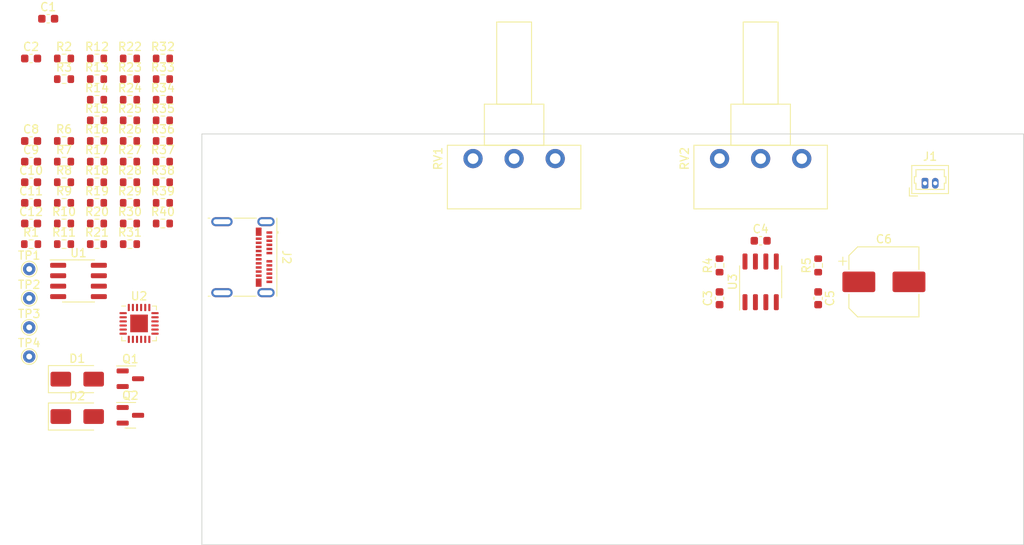
<source format=kicad_pcb>
(kicad_pcb (version 20221018) (generator pcbnew)
  (layers (0 "F.Cu" signal) (31 "B.Cu" signal) (34 "B.Paste" user) (35 "F.Paste" user) (36 "B.SilkS" user "B.Silkscreen") (37 "F.SilkS" user "F.Silkscreen") (38 "B.Mask" user) (39 "F.Mask" user) (44 "Edge.Cuts" user))
  (net 0 "")
  (net 1 "VCC")
  (net 2 "GND")
  (net 3 "Net-(C3-Pad1)")
  (net 4 "Net-(C3-Pad2)")
  (net 5 "Net-(U3-BYPASS)")
  (net 6 "Net-(C5-Pad1)")
  (net 7 "Net-(C6-Pad1)")
  (net 8 "Net-(J1-Pin_1)")
  (net 9 "Net-(U2-VCCD)")
  (net 10 "/+3v3_BCR")
  (net 11 "/+VUSB_IN")
  (net 12 "Net-(Q1-G)")
  (net 13 "Net-(D2-A)")
  (net 14 "Net-(C12-Pad1)")
  (net 15 "/Stylus")
  (net 16 "Net-(D1-A)")
  (net 19 "Net-(J2-CC1)")
  (net 27 "Net-(J2-CC2)")
  (net 34 "Net-(Q1-S)")
  (net 35 "Net-(U1-CV)")
  (net 36 "Net-(R1-Pad2)")
  (net 37 "Net-(R2-Pad2)")
  (net 38 "Net-(R3-Pad1)")
  (net 39 "Net-(R4-Pad2)")
  (net 40 "Net-(U2-VBUS_MAX)")
  (net 41 "Net-(U2-VBUS_MIN)")
  (net 42 "Net-(U2-ISNK_FINE)")
  (net 43 "Net-(U2-ISNK_COARSE)")
  (net 44 "Net-(U2-FLIP)")
  (net 45 "Net-(U2-VBUS_FET_IN)")
  (net 46 "Net-(U1-THR)")
  (net 47 "Net-(R18-Pad2)")
  (net 48 "/A2")
  (net 49 "/G#2")
  (net 50 "/G2")
  (net 51 "/F#2")
  (net 52 "/F2")
  (net 53 "/E2")
  (net 54 "/D#2")
  (net 55 "/D2")
  (net 56 "/C#2")
  (net 57 "/C2")
  (net 58 "/B1")
  (net 59 "/A#1")
  (net 60 "/A1")
  (net 61 "/G#1")
  (net 62 "/G1")
  (net 63 "/F#1")
  (net 64 "/F1")
  (net 65 "/E1")
  (net 66 "/D#1")
  (net 67 "/D1")
  (net 68 "/C#1")
  (net 69 "/C1")
  (net 70 "Net-(U3-+)")
  (footprint "Resistor_SMD:R_0603_1608Metric" (layer "F.Cu") (at 83.25 81.37)
    (fp_text reference "R27" (at 0 -1.43) (layer "F.SilkS"))
    (fp_text value "2.2k")
    (pad "1" smd roundrect (at -0.825 0) (size 0.8 0.95) (layers "F.Cu" "F.Paste" "F.Mask") (net 56 "/C#2"))
    (pad "2" smd roundrect (at 0.825 0) (size 0.8 0.95) (layers "F.Cu" "F.Paste" "F.Mask") (net 55 "/D2"))
  )
  (footprint "Capacitor_SMD:C_0603_1608Metric" (layer "F.Cu") (at 71.22 81.37)
    (fp_text reference "C9" (at 0 -1.43) (layer "F.SilkS"))
    (fp_text value "1u")
    (pad "1" smd roundrect (at -0.775 0) (size 0.9 0.95) (layers "F.Cu" "F.Paste" "F.Mask") (net 10 "/+3v3_BCR"))
    (pad "2" smd roundrect (at 0.775 0) (size 0.9 0.95) (layers "F.Cu" "F.Paste" "F.Mask") (net 2 "GND"))
  )
  (footprint "Resistor_SMD:R_0603_1608Metric" (layer "F.Cu") (at 79.24 76.35)
    (fp_text reference "R15" (at 0 -1.43) (layer "F.SilkS"))
    (fp_text value "1.2k")
    (pad "1" smd roundrect (at -0.825 0) (size 0.8 0.95) (layers "F.Cu" "F.Paste" "F.Mask") (net 45 "Net-(U2-VBUS_FET_IN)"))
    (pad "2" smd roundrect (at 0.825 0) (size 0.8 0.95) (layers "F.Cu" "F.Paste" "F.Mask") (net 12 "Net-(Q1-G)"))
  )
  (footprint "Resistor_SMD:R_0603_1608Metric" (layer "F.Cu") (at 79.24 88.9)
    (fp_text reference "R20" (at 0 -1.43) (layer "F.SilkS"))
    (fp_text value "1.5k")
    (pad "1" smd roundrect (at -0.825 0) (size 0.8 0.95) (layers "F.Cu" "F.Paste" "F.Mask") (net 49 "/G#2"))
    (pad "2" smd roundrect (at 0.825 0) (size 0.8 0.95) (layers "F.Cu" "F.Paste" "F.Mask") (net 48 "/A2"))
  )
  (footprint "Resistor_SMD:R_0603_1608Metric" (layer "F.Cu") (at 83.25 86.39)
    (fp_text reference "R29" (at 0 -1.43) (layer "F.SilkS"))
    (fp_text value "2.4k")
    (pad "1" smd roundrect (at -0.825 0) (size 0.8 0.95) (layers "F.Cu" "F.Paste" "F.Mask") (net 58 "/B1"))
    (pad "2" smd roundrect (at 0.825 0) (size 0.8 0.95) (layers "F.Cu" "F.Paste" "F.Mask") (net 57 "/C2"))
  )
  (footprint "TestPoint:TestPoint_THTPad_D1.5mm_Drill0.7mm" (layer "F.Cu") (at 70.99 94.44)
    (fp_text reference "TP1" (at 0 -1.648) (layer "F.SilkS"))
    (fp_text value "TestPoint")
    (pad "1" thru_hole circle (at 0 0) (size 1.5 1.5) (drill 0.7) (layers "*.Cu" "*.Mask") (net 15 "/Stylus"))
  )
  (footprint "Capacitor_SMD:C_0603_1608Metric" (layer "F.Cu") (at 73.3025 63.98)
    (fp_text reference "C1" (at 0 -1.43) (layer "F.SilkS"))
    (fp_text value ".033u")
    (pad "1" smd roundrect (at -0.775 0) (size 0.9 0.95) (layers "F.Cu" "F.Paste" "F.Mask") (net 46 "Net-(U1-THR)"))
    (pad "2" smd roundrect (at 0.775 0) (size 0.9 0.95) (layers "F.Cu" "F.Paste" "F.Mask") (net 2 "GND"))
  )
  (footprint "Capacitor_SMD:C_0603_1608Metric" (layer "F.Cu") (at 71.22 88.9)
    (fp_text reference "C12" (at 0 -1.43) (layer "F.SilkS"))
    (fp_text value "0.1u")
    (pad "1" smd roundrect (at -0.775 0) (size 0.9 0.95) (layers "F.Cu" "F.Paste" "F.Mask") (net 14 "Net-(C12-Pad1)"))
    (pad "2" smd roundrect (at 0.775 0) (size 0.9 0.95) (layers "F.Cu" "F.Paste" "F.Mask") (net 15 "/Stylus"))
  )
  (footprint "Capacitor_SMD:C_0603_1608Metric" (layer "F.Cu") (at 71.22 68.82)
    (fp_text reference "C2" (at 0 -1.43) (layer "F.SilkS"))
    (fp_text value "0.1u")
    (pad "1" smd roundrect (at -0.775 0) (size 0.9 0.95) (layers "F.Cu" "F.Paste" "F.Mask") (net 1 "VCC"))
    (pad "2" smd roundrect (at 0.775 0) (size 0.9 0.95) (layers "F.Cu" "F.Paste" "F.Mask") (net 2 "GND"))
  )
  (footprint "Resistor_SMD:R_0603_1608Metric" (layer "F.Cu") (at 79.24 73.84)
    (fp_text reference "R14" (at 0 -1.43) (layer "F.SilkS"))
    (fp_text value "1.2k")
    (pad "1" smd roundrect (at -0.825 0) (size 0.8 0.95) (layers "F.Cu" "F.Paste" "F.Mask") (net 44 "Net-(U2-FLIP)"))
    (pad "2" smd roundrect (at 0.825 0) (size 0.8 0.95) (layers "F.Cu" "F.Paste" "F.Mask") (net 10 "/+3v3_BCR"))
  )
  (footprint "Resistor_SMD:R_0603_1608Metric" (layer "F.Cu") (at 71.22 91.41)
    (fp_text reference "R1" (at 0 -1.43) (layer "F.SilkS"))
    (fp_text value "2.4k")
    (pad "1" smd roundrect (at -0.825 0) (size 0.8 0.95) (layers "F.Cu" "F.Paste" "F.Mask") (net 35 "Net-(U1-CV)"))
    (pad "2" smd roundrect (at 0.825 0) (size 0.8 0.95) (layers "F.Cu" "F.Paste" "F.Mask") (net 36 "Net-(R1-Pad2)"))
  )
  (footprint "Resistor_SMD:R_0603_1608Metric" (layer "F.Cu") (at 87.26 86.39)
    (fp_text reference "R39" (at 0 -1.43) (layer "F.SilkS"))
    (fp_text value "4.3k")
    (pad "1" smd roundrect (at -0.825 0) (size 0.8 0.95) (layers "F.Cu" "F.Paste" "F.Mask") (net 68 "/C#1"))
    (pad "2" smd roundrect (at 0.825 0) (size 0.8 0.95) (layers "F.Cu" "F.Paste" "F.Mask") (net 67 "/D1"))
  )
  (footprint "Capacitor_SMD:C_0603_1608Metric" (layer "F.Cu") (at 71.22 83.88)
    (fp_text reference "C10" (at 0 -1.43) (layer "F.SilkS"))
    (fp_text value "1u")
    (pad "1" smd roundrect (at -0.775 0) (size 0.9 0.95) (layers "F.Cu" "F.Paste" "F.Mask") (net 11 "/+VUSB_IN"))
    (pad "2" smd roundrect (at 0.775 0) (size 0.9 0.95) (layers "F.Cu" "F.Paste" "F.Mask") (net 12 "Net-(Q1-G)"))
  )
  (footprint "Resistor_SMD:R_0603_1608Metric" (layer "F.Cu") (at 79.24 71.33)
    (fp_text reference "R13" (at 0 -1.43) (layer "F.SilkS"))
    (fp_text value "5.1k")
    (pad "1" smd roundrect (at -0.825 0) (size 0.8 0.95) (layers "F.Cu" "F.Paste" "F.Mask") (net 43 "Net-(U2-ISNK_COARSE)"))
    (pad "2" smd roundrect (at 0.825 0) (size 0.8 0.95) (layers "F.Cu" "F.Paste" "F.Mask") (net 1 "VCC"))
  )
  (footprint "Resistor_SMD:R_0603_1608Metric" (layer "F.Cu") (at 87.26 83.88)
    (fp_text reference "R38" (at 0 -1.43) (layer "F.SilkS"))
    (fp_text value "4.3k")
    (pad "1" smd roundrect (at -0.825 0) (size 0.8 0.95) (layers "F.Cu" "F.Paste" "F.Mask") (net 67 "/D1"))
    (pad "2" smd roundrect (at 0.825 0) (size 0.8 0.95) (layers "F.Cu" "F.Paste" "F.Mask") (net 66 "/D#1"))
  )
  (footprint "Capacitor_SMD:C_0603_1608Metric" (layer "F.Cu") (at 71.22 78.86)
    (fp_text reference "C8" (at 0 -1.43) (layer "F.SilkS"))
    (fp_text value "1u")
    (pad "1" smd roundrect (at -0.775 0) (size 0.9 0.95) (layers "F.Cu" "F.Paste" "F.Mask") (net 9 "Net-(U2-VCCD)"))
    (pad "2" smd roundrect (at 0.775 0) (size 0.9 0.95) (layers "F.Cu" "F.Paste" "F.Mask") (net 2 "GND"))
  )
  (footprint "Resistor_SMD:R_0603_1608Metric" (layer "F.Cu") (at 79.24 83.88)
    (fp_text reference "R18" (at 0 -1.43) (layer "F.SilkS"))
    (fp_text value "24k")
    (pad "1" smd roundrect (at -0.825 0) (size 0.8 0.95) (layers "F.Cu" "F.Paste" "F.Mask") (net 46 "Net-(U1-THR)"))
    (pad "2" smd roundrect (at 0.825 0) (size 0.8 0.95) (layers "F.Cu" "F.Paste" "F.Mask") (net 47 "Net-(R18-Pad2)"))
  )
  (footprint "Resistor_SMD:R_0603_1608Metric" (layer "F.Cu") (at 87.26 78.86)
    (fp_text reference "R36" (at 0 -1.43) (layer "F.SilkS"))
    (fp_text value "3.9k")
    (pad "1" smd roundrect (at -0.825 0) (size 0.8 0.95) (layers "F.Cu" "F.Paste" "F.Mask") (net 65 "/E1"))
    (pad "2" smd roundrect (at 0.825 0) (size 0.8 0.95) (layers "F.Cu" "F.Paste" "F.Mask") (net 64 "/F1"))
  )
  (footprint "Package_TO_SOT_SMD:SOT-23" (layer "F.Cu") (at 83.3 112.24)
    (fp_text reference "Q2" (at 0 -2.4) (layer "F.SilkS"))
    (fp_text value "AO3401A")
    (pad "1" smd roundrect (at -0.9375 -0.95) (size 1.475 0.6) (layers "F.Cu" "F.Paste" "F.Mask") (net 12 "Net-(Q1-G)"))
    (pad "2" smd roundrect (at -0.9375 0.95) (size 1.475 0.6) (layers "F.Cu" "F.Paste" "F.Mask") (net 34 "Net-(Q1-S)"))
    (pad "3" smd roundrect (at 0.9375 0) (size 1.475 0.6) (layers "F.Cu" "F.Paste" "F.Mask") (net 13 "Net-(D2-A)"))
  )
  (footprint "Resistor_SMD:R_0603_1608Metric" (layer "F.Cu") (at 87.26 73.84)
    (fp_text reference "R34" (at 0 -1.43) (layer "F.SilkS"))
    (fp_text value "3.3k")
    (pad "1" smd roundrect (at -0.825 0) (size 0.8 0.95) (layers "F.Cu" "F.Paste" "F.Mask") (net 63 "/F#1"))
    (pad "2" smd roundrect (at 0.825 0) (size 0.8 0.95) (layers "F.Cu" "F.Paste" "F.Mask") (net 62 "/G1"))
  )
  (footprint "Resistor_SMD:R_0603_1608Metric" (layer "F.Cu") (at 75.23 91.41)
    (fp_text reference "R11" (at 0 -1.43) (layer "F.SilkS"))
    (fp_text value "1")
    (pad "1" smd roundrect (at -0.825 0) (size 0.8 0.95) (layers "F.Cu" "F.Paste" "F.Mask") (net 2 "GND"))
    (pad "2" smd roundrect (at 0.825 0) (size 0.8 0.95) (layers "F.Cu" "F.Paste" "F.Mask") (net 43 "Net-(U2-ISNK_COARSE)"))
  )
  (footprint "Resistor_SMD:R_0603_1608Metric" (layer "F.Cu") (at 75.23 68.82)
    (fp_text reference "R2" (at 0 -1.43) (layer "F.SilkS"))
    (fp_text value "3.3k")
    (pad "1" smd roundrect (at -0.825 0) (size 0.8 0.95) (layers "F.Cu" "F.Paste" "F.Mask") (net 2 "GND"))
    (pad "2" smd roundrect (at 0.825 0) (size 0.8 0.95) (layers "F.Cu" "F.Paste" "F.Mask") (net 37 "Net-(R2-Pad2)"))
  )
  (footprint "Resistor_SMD:R_0603_1608Metric" (layer "F.Cu") (at 83.25 68.82)
    (fp_text reference "R22" (at 0 -1.43) (layer "F.SilkS"))
    (fp_text value "1.6k")
    (pad "1" smd roundrect (at -0.825 0) (size 0.8 0.95) (layers "F.Cu" "F.Paste" "F.Mask") (net 51 "/F#2"))
    (pad "2" smd roundrect (at 0.825 0) (size 0.8 0.95) (layers "F.Cu" "F.Paste" "F.Mask") (net 50 "/G2"))
  )
  (footprint "Resistor_SMD:R_0603_1608Metric" (layer "F.Cu") (at 167 94 90)
    (fp_text reference "R5" (at 0 -1.43 90) (layer "F.SilkS"))
    (fp_text value "10")
    (pad "1" smd roundrect (at -0.825 0 90) (size 0.8 0.95) (layers "F.Cu" "F.Paste" "F.Mask") (net 6 "Net-(C5-Pad1)"))
    (pad "2" smd roundrect (at 0.825 0 90) (size 0.8 0.95) (layers "F.Cu" "F.Paste" "F.Mask") (net 7 "Net-(C6-Pad1)"))
  )
  (footprint "Capacitor_SMD:C_0603_1608Metric" (layer "F.Cu") (at 71.22 86.39)
    (fp_text reference "C11" (at 0 -1.43) (layer "F.SilkS"))
    (fp_text value "1u")
    (pad "1" smd roundrect (at -0.775 0) (size 0.9 0.95) (layers "F.Cu" "F.Paste" "F.Mask") (net 13 "Net-(D2-A)"))
    (pad "2" smd roundrect (at 0.775 0) (size 0.9 0.95) (layers "F.Cu" "F.Paste" "F.Mask") (net 12 "Net-(Q1-G)"))
  )
  (footprint "Resistor_SMD:R_0603_1608Metric" (layer "F.Cu") (at 83.25 73.84)
    (fp_text reference "R24" (at 0 -1.43) (layer "F.SilkS"))
    (fp_text value "1.8k")
    (pad "1" smd roundrect (at -0.825 0) (size 0.8 0.95) (layers "F.Cu" "F.Paste" "F.Mask") (net 53 "/E2"))
    (pad "2" smd roundrect (at 0.825 0) (size 0.8 0.95) (layers "F.Cu" "F.Paste" "F.Mask") (net 52 "/F2"))
  )
  (footprint "Potentiometer_THT:Potentiometer_Piher_T-16H_Single_Horizontal" (layer "F.Cu") (at 135 81 90)
    (fp_text reference "RV1" (at 0 -14.25 90) (layer "F.SilkS"))
    (fp_text value "4.7k")
    (pad "1" thru_hole circle (at 0 0 90) (size 2.34 2.34) (drill 1.3) (layers "*.Cu" "*.Mask") (net 38 "Net-(R3-Pad1)"))
    (pad "2" thru_hole circle (at 0 -5 90) (size 2.34 2.34) (drill 1.3) (layers "*.Cu" "*.Mask") (net 36 "Net-(R1-Pad2)"))
    (pad "3" thru_hole circle (at 0 -10 90) (size 2.34 2.34) (drill 1.3) (layers "*.Cu" "*.Mask") (net 37 "Net-(R2-Pad2)"))
  )
  (footprint "Resistor_SMD:R_0603_1608Metric" (layer "F.Cu") (at 79.24 86.39)
    (fp_text reference "R19" (at 0 -1.43) (layer "F.SilkS"))
    (fp_text value "560")
    (pad "1" smd roundrect (at -0.825 0) (size 0.8 0.95) (layers "F.Cu" "F.Paste" "F.Mask") (net 47 "Net-(R18-Pad2)"))
    (pad "2" smd roundrect (at 0.825 0) (size 0.8 0.95) (layers "F.Cu" "F.Paste" "F.Mask") (net 48 "/A2"))
  )
  (footprint "Capacitor_SMD:C_0603_1608Metric" (layer "F.Cu") (at 155 98 90)
    (fp_text reference "C3" (at 0 -1.43 90) (layer "F.SilkS"))
    (fp_text value "DNP")
    (pad "1" smd roundrect (at -0.775 0 90) (size 0.9 0.95) (layers "F.Cu" "F.Paste" "F.Mask") (net 3 "Net-(C3-Pad1)"))
    (pad "2" smd roundrect (at 0.775 0 90) (size 0.9 0.95) (layers "F.Cu" "F.Paste" "F.Mask") (net 4 "Net-(C3-Pad2)"))
  )
  (footprint "Potentiometer_THT:Potentiometer_Piher_T-16H_Single_Horizontal" (layer "F.Cu") (at 165 81 90)
    (fp_text reference "RV2" (at 0 -14.25 90) (layer "F.SilkS"))
    (fp_text value "10k")
    (pad "1" thru_hole circle (at 0 0 90) (size 2.34 2.34) (drill 1.3) (layers "*.Cu" "*.Mask") (net 2 "GND"))
    (pad "2" thru_hole circle (at 0 -5 90) (size 2.34 2.34) (drill 1.3) (layers "*.Cu" "*.Mask") (net 70 "Net-(U3-+)"))
    (pad "3" thru_hole circle (at 0 -10 90) (size 2.34 2.34) (drill 1.3) (layers "*.Cu" "*.Mask") (net 14 "Net-(C12-Pad1)"))
  )
  (footprint "Capacitor_SMD:C_0603_1608Metric" (layer "F.Cu") (at 160 91)
    (fp_text reference "C4" (at 0 -1.43) (layer "F.SilkS"))
    (fp_text value "0.1u")
    (pad "1" smd roundrect (at -0.775 0) (size 0.9 0.95) (layers "F.Cu" "F.Paste" "F.Mask") (net 5 "Net-(U3-BYPASS)"))
    (pad "2" smd roundrect (at 0.775 0) (size 0.9 0.95) (layers "F.Cu" "F.Paste" "F.Mask") (net 2 "GND"))
  )
  (footprint "Resistor_SMD:R_0603_1608Metric" (layer "F.Cu") (at 75.23 71.33)
    (fp_text reference "R3" (at 0 -1.43) (layer "F.SilkS"))
    (fp_text value "1k")
    (pad "1" smd roundrect (at -0.825 0) (size 0.8 0.95) (layers "F.Cu" "F.Paste" "F.Mask") (net 38 "Net-(R3-Pad1)"))
    (pad "2" smd roundrect (at 0.825 0) (size 0.8 0.95) (layers "F.Cu" "F.Paste" "F.Mask") (net 1 "VCC"))
  )
  (footprint "Resistor_SMD:R_0603_1608Metric" (layer "F.Cu") (at 75.23 86.39)
    (fp_text reference "R9" (at 0 -1.43) (layer "F.SilkS"))
    (fp_text value "5.1k")
    (pad "1" smd roundrect (at -0.825 0) (size 0.8 0.95) (layers "F.Cu" "F.Paste" "F.Mask") (net 40 "Net-(U2-VBUS_MAX)"))
    (pad "2" smd roundrect (at 0.825 0) (size 0.8 0.95) (layers "F.Cu" "F.Paste" "F.Mask") (net 1 "VCC"))
  )
  (footprint "Resistor_SMD:R_0603_1608Metric" (layer "F.Cu") (at 79.24 68.82)
    (fp_text reference "R12" (at 0 -1.43) (layer "F.SilkS"))
    (fp_text value "5.1k")
    (pad "1" smd roundrect (at -0.825 0) (size 0.8 0.95) (layers "F.Cu" "F.Paste" "F.Mask") (net 42 "Net-(U2-ISNK_FINE)"))
    (pad "2" smd roundrect (at 0.825 0) (size 0.8 0.95) (layers "F.Cu" "F.Paste" "F.Mask") (net 1 "VCC"))
  )
  (footprint "Resistor_SMD:R_0603_1608Metric" (layer "F.Cu") (at 87.26 76.35)
    (fp_text reference "R35" (at 0 -1.43) (layer "F.SilkS"))
    (fp_text value "3.6k")
    (pad "1" smd roundrect (at -0.825 0) (size 0.8 0.95) (layers "F.Cu" "F.Paste" "F.Mask") (net 64 "/F1"))
    (pad "2" smd roundrect (at 0.825 0) (size 0.8 0.95) (layers "F.Cu" "F.Paste" "F.Mask") (net 63 "/F#1"))
  )
  (footprint "Package_TO_SOT_SMD:SOT-23" (layer "F.Cu") (at 83.3 107.79)
    (fp_text reference "Q1" (at 0 -2.4) (layer "F.SilkS"))
    (fp_text value "AO3401A")
    (pad "1" smd roundrect (at -0.9375 -0.95) (size 1.475 0.6) (layers "F.Cu" "F.Paste" "F.Mask") (net 12 "Net-(Q1-G)"))
    (pad "2" smd roundrect (at -0.9375 0.95) (size 1.475 0.6) (layers "F.Cu" "F.Paste" "F.Mask") (net 34 "Net-(Q1-S)"))
    (pad "3" smd roundrect (at 0.9375 0) (size 1.475 0.6) (layers "F.Cu" "F.Paste" "F.Mask") (net 11 "/+VUSB_IN"))
  )
  (footprint "Diode_SMD:D_SMA" (layer "F.Cu") (at 76.835 112.39)
    (fp_text reference "D2" (at 0 -2.5) (layer "F.SilkS"))
    (fp_text value "B120-E3")
    (pad "1" smd roundrect (at -2 0) (size 2.5 1.8) (layers "F.Cu" "F.Paste" "F.Mask") (roundrect_rratio 0.1388888889) (net 1 "VCC"))
    (pad "2" smd roundrect (at 2 0) (size 2.5 1.8) (layers "F.Cu" "F.Paste" "F.Mask") (roundrect_rratio 0.1388888889) (net 13 "Net-(D2-A)"))
  )
  (footprint "Resistor_SMD:R_0603_1608Metric" (layer "F.Cu") (at 75.23 83.88)
    (fp_text reference "R8" (at 0 -1.43) (layer "F.SilkS"))
    (fp_text value "56k")
    (pad "1" smd roundrect (at -0.825 0) (size 0.8 0.95) (layers "F.Cu" "F.Paste" "F.Mask") (net 41 "Net-(U2-VBUS_MIN)"))
    (pad "2" smd roundrect (at 0.825 0) (size 0.8 0.95) (layers "F.Cu" "F.Paste" "F.Mask") (net 1 "VCC"))
  )
  (footprint "Package_SO:SOIC-8_3.9x4.9mm_P1.27mm" (layer "F.Cu") (at 76.99 95.89)
    (fp_text reference "U1" (at 0 -3.4) (layer "F.SilkS"))
    (fp_text value "LM555xM")
    (pad "1" smd roundrect (at -2.475 -1.905) (size 1.95 0.6) (layers "F.Cu" "F.Paste" "F.Mask") (net 2 "GND"))
    (pad "2" smd roundrect (at -2.475 -0.635) (size 1.95 0.6) (layers "F.Cu" "F.Paste" "F.Mask") (net 46 "Net-(U1-THR)"))
    (pad "3" smd roundrect (at -2.475 0.635) (size 1.95 0.6) (layers "F.Cu" "F.Paste" "F.Mask") (net 15 "/Stylus"))
    (pad "4" smd roundrect (at -2.475 1.905) (size 1.95 0.6) (layers "F.Cu" "F.Paste" "F.Mask") (net 1 "VCC"))
    (pad "5" smd roundrect (at 2.475 1.905) (size 1.95 0.6) (layers "F.Cu" "F.Paste" "F.Mask") (net 35 "Net-(U1-CV)"))
    (pad "6" smd roundrect (at 2.475 0.635) (size 1.95 0.6) (layers "F.Cu" "F.Paste" "F.Mask") (net 46 "Net-(U1-THR)"))
    (pad "7" smd roundrect (at 2.475 -0.635) (size 1.95 0.6) (layers "F.Cu" "F.Paste" "F.Mask"))
    (pad "8" smd roundrect (at 2.475 -1.905) (size 1.95 0.6) (layers "F.Cu" "F.Paste" "F.Mask") (net 1 "VCC"))
  )
  (footprint "Capacitor_SMD:CP_Elec_8x6.2" (layer "F.Cu") (at 175 96)
    (fp_text reference "C6" (at 0 -5.2) (layer "F.SilkS"))
    (fp_text value "100u")
    (pad "1" smd roundrect (at -3.05 0) (size 4 2.5) (layers "F.Cu" "F.Paste" "F.Mask") (roundrect_rratio 0.1) (net 7 "Net-(C6-Pad1)"))
    (pad "2" smd roundrect (at 3.05 0) (size 4 2.5) (layers "F.Cu" "F.Paste" "F.Mask") (roundrect_rratio 0.1) (net 8 "Net-(J1-Pin_1)"))
  )
  (footprint "Resistor_SMD:R_0603_1608Metric" (layer "F.Cu") (at 79.24 81.37)
    (fp_text reference "R17" (at 0 -1.43) (layer "F.SilkS"))
    (fp_text value "13k")
    (pad "1" smd roundrect (at -0.825 0) (size 0.8 0.95) (layers "F.Cu" "F.Paste" "F.Mask") (net 12 "Net-(Q1-G)"))
    (pad "2" smd roundrect (at 0.825 0) (size 0.8 0.95) (layers "F.Cu" "F.Paste" "F.Mask") (net 11 "/+VUSB_IN"))
  )
  (footprint "Resistor_SMD:R_0603_1608Metric" (layer "F.Cu") (at 87.26 71.33)
    (fp_text reference "R33" (at 0 -1.43) (layer "F.SilkS"))
    (fp_text value "3.0k")
    (pad "1" smd roundrect (at -0.825 0) (size 0.8 0.95) (layers "F.Cu" "F.Paste" "F.Mask") (net 62 "/G1"))
    (pad "2" smd roundrect (at 0.825 0) (size 0.8 0.95) (layers "F.Cu" "F.Paste" "F.Mask") (net 61 "/G#1"))
  )
  (footprint "Capacitor_SMD:C_0603_1608Metric" (layer "F.Cu") (at 167 98 -90)
    (fp_text reference "C5" (at 0 -1.43 90) (layer "F.SilkS"))
    (fp_text value "0.1u")
    (pad "1" smd roundrect (at -0.775 0 270) (size 0.9 0.95) (layers "F.Cu" "F.Paste" "F.Mask") (net 6 "Net-(C5-Pad1)"))
    (pad "2" smd roundrect (at 0.775 0 270) (size 0.9 0.95) (layers "F.Cu" "F.Paste" "F.Mask") (net 2 "GND"))
  )
  (footprint "Resistor_SMD:R_0603_1608Metric" (layer "F.Cu") (at 83.25 88.9)
    (fp_text reference "R30" (at 0 -1.43) (layer "F.SilkS"))
    (fp_text value "2.7k")
    (pad "1" smd roundrect (at -0.825 0) (size 0.8 0.95) (layers "F.Cu" "F.Paste" "F.Mask") (net 59 "/A#1"))
    (pad "2" smd roundrect (at 0.825 0) (size 0.8 0.95) (layers "F.Cu" "F.Paste" "F.Mask") (net 58 "/B1"))
  )
  (footprint "Resistor_SMD:R_0603_1608Metric" (layer "F.Cu") (at 83.25 71.33)
    (fp_text reference "R23" (at 0 -1.43) (layer "F.SilkS"))
    (fp_text value "1.8k")
    (pad "1" smd roundrect (at -0.825 0) (size 0.8 0.95) (layers "F.Cu" "F.Paste" "F.Mask") (net 52 "/F2"))
    (pad "2" smd roundrect (at 0.825 0) (size 0.8 0.95) (layers "F.Cu" "F.Paste" "F.Mask") (net 51 "/F#2"))
  )
  (footprint "TestPoint:TestPoint_THTPad_D1.5mm_Drill0.7mm" (layer "F.Cu") (at 70.99 105.09)
    (fp_text reference "TP4" (at 0 -1.648) (layer "F.SilkS"))
    (fp_text value "TestPoint")
    (pad "1" thru_hole circle (at 0 0) (size 1.5 1.5) (drill 0.7) (layers "*.Cu" "*.Mask") (net 2 "GND"))
  )
  (footprint "Resistor_SMD:R_0603_1608Metric" (layer "F.Cu") (at 155 94 90)
    (fp_text reference "R4" (at 0 -1.43 90) (layer "F.SilkS"))
    (fp_text value "DNP")
    (pad "1" smd roundrect (at -0.825 0 90) (size 0.8 0.95) (layers "F.Cu" "F.Paste" "F.Mask") (net 3 "Net-(C3-Pad1)"))
    (pad "2" smd roundrect (at 0.825 0 90) (size 0.8 0.95) (layers "F.Cu" "F.Paste" "F.Mask") (net 39 "Net-(R4-Pad2)"))
  )
  (footprint "Resistor_SMD:R_0603_1608Metric" (layer "F.Cu") (at 83.25 83.88)
    (fp_text reference "R28" (at 0 -1.43) (layer "F.SilkS"))
    (fp_text value "2.4k")
    (pad "1" smd roundrect (at -0.825 0) (size 0.8 0.95) (layers "F.Cu" "F.Paste" "F.Mask") (net 57 "/C2"))
    (pad "2" smd roundrect (at 0.825 0) (size 0.8 0.95) (layers "F.Cu" "F.Paste" "F.Mask") (net 56 "/C#2"))
  )
  (footprint "Resistor_SMD:R_0603_1608Metric" (layer "F.Cu") (at 87.26 68.82)
    (fp_text reference "R32" (at 0 -1.43) (layer "F.SilkS"))
    (fp_text value "3.0k")
    (pad "1" smd roundrect (at -0.825 0) (size 0.8 0.95) (layers "F.Cu" "F.Paste" "F.Mask") (net 61 "/G#1"))
    (pad "2" smd roundrect (at 0.825 0) (size 0.8 0.95) (layers "F.Cu" "F.Paste" "F.Mask") (net 60 "/A1"))
  )
  (footprint "Resistor_SMD:R_0603_1608Metric" (layer "F.Cu") (at 83.25 91.41)
    (fp_text reference "R31" (at 0 -1.43) (layer "F.SilkS"))
    (fp_text value "2.7k")
    (pad "1" smd roundrect (at -0.825 0) (size 0.8 0.95) (layers "F.Cu" "F.Paste" "F.Mask") (net 60 "/A1"))
    (pad "2" smd roundrect (at 0.825 0) (size 0.8 0.95) (layers "F.Cu" "F.Paste" "F.Mask") (net 59 "/A#1"))
  )
  (footprint "Diode_SMD:D_SMA" (layer "F.Cu") (at 76.835 107.84)
    (fp_text reference "D1" (at 0 -2.5) (layer "F.SilkS"))
    (fp_text value "B120-E3")
    (pad "1" smd roundrect (at -2 0) (size 2.5 1.8) (layers "F.Cu" "F.Paste" "F.Mask") (roundrect_rratio 0.1388888889) (net 1 "VCC"))
    (pad "2" smd roundrect (at 2 0) (size 2.5 1.8) (layers "F.Cu" "F.Paste" "F.Mask") (roundrect_rratio 0.1388888889) (net 16 "Net-(D1-A)"))
  )
  (footprint "Resistor_SMD:R_0603_1608Metric" (layer "F.Cu") (at 75.23 88.9)
    (fp_text reference "R10" (at 0 -1.43) (layer "F.SilkS"))
    (fp_text value "1")
    (pad "1" smd roundrect (at -0.825 0) (size 0.8 0.95) (layers "F.Cu" "F.Paste" "F.Mask") (net 2 "GND"))
    (pad "2" smd roundrect (at 0.825 0) (size 0.8 0.95) (layers "F.Cu" "F.Paste" "F.Mask") (net 42 "Net-(U2-ISNK_FINE)"))
  )
  (footprint "Package_SO:SOIC-8_3.9x4.9mm_P1.27mm" (layer "F.Cu") (at 160 96 90)
    (fp_text reference "U3" (at 0 -3.4 90) (layer "F.SilkS"))
    (fp_text value "LM386")
    (pad "1" smd roundrect (at -2.475 -1.905 90) (size 1.95 0.6) (layers "F.Cu" "F.Paste" "F.Mask") (net 4 "Net-(C3-Pad2)"))
    (pad "2" smd roundrect (at -2.475 -0.635 90) (size 1.95 0.6) (layers "F.Cu" "F.Paste" "F.Mask") (net 2 "GND"))
    (pad "3" smd roundrect (at -2.475 0.635 90) (size 1.95 0.6) (layers "F.Cu" "F.Paste" "F.Mask") (net 70 "Net-(U3-+)"))
    (pad "4" smd roundrect (at -2.475 1.905 90) (size 1.95 0.6) (layers "F.Cu" "F.Paste" "F.Mask") (net 2 "GND"))
    (pad "5" smd roundrect (at 2.475 1.905 90) (size 1.95 0.6) (layers "F.Cu" "F.Paste" "F.Mask") (net 7 "Net-(C6-Pad1)"))
    (pad "6" smd roundrect (at 2.475 0.635 90) (size 1.95 0.6) (layers "F.Cu" "F.Paste" "F.Mask") (net 1 "VCC"))
    (pad "7" smd roundrect (at 2.475 -0.635 90) (size 1.95 0.6) (layers "F.Cu" "F.Paste" "F.Mask") (net 5 "Net-(U3-BYPASS)"))
    (pad "8" smd roundrect (at 2.475 -1.905 90) (size 1.95 0.6) (layers "F.Cu" "F.Paste" "F.Mask") (net 39 "Net-(R4-Pad2)"))
  )
  (footprint "Resistor_SMD:R_0603_1608Metric" (layer "F.Cu") (at 79.24 78.86)
    (fp_text reference "R16" (at 0 -1.43) (layer "F.SilkS"))
    (fp_text value "56k")
    (pad "1" smd roundrect (at -0.825 0) (size 0.8 0.95) (layers "F.Cu" "F.Paste" "F.Mask") (net 12 "Net-(Q1-G)"))
    (pad "2" smd roundrect (at 0.825 0) (size 0.8 0.95) (layers "F.Cu" "F.Paste" "F.Mask") (net 34 "Net-(Q1-S)"))
  )
  (footprint "Resistor_SMD:R_0603_1608Metric" (layer "F.Cu") (at 87.26 88.9)
    (fp_text reference "R40" (at 0 -1.43) (layer "F.SilkS"))
    (fp_text value "4.7k")
    (pad "1" smd roundrect (at -0.825 0) (size 0.8 0.95) (layers "F.Cu" "F.Paste" "F.Mask") (net 69 "/C1"))
    (pad "2" smd roundrect (at 0.825 0) (size 0.8 0.95) (layers "F.Cu" "F.Paste" "F.Mask") (net 68 "/C#1"))
  )
  (footprint "Resistor_SMD:R_0603_1608Metric" (layer "F.Cu") (at 87.26 81.37)
    (fp_text reference "R37" (at 0 -1.43) (layer "F.SilkS"))
    (fp_text value "3.9k")
    (pad "1" smd roundrect (at -0.825 0) (size 0.8 0.95) (layers "F.Cu" "F.Paste" "F.Mask") (net 66 "/D#1"))
    (pad "2" smd roundrect (at 0.825 0) (size 0.8 0.95) (layers "F.Cu" "F.Paste" "F.Mask") (net 65 "/E1"))
  )
  (footprint "Resistor_SMD:R_0603_1608Metric" (layer "F.Cu") (at 75.23 81.37)
    (fp_text reference "R7" (at 0 -1.43) (layer "F.SilkS"))
    (fp_text value "1")
    (pad "1" smd roundrect (at -0.825 0) (size 0.8 0.95) (layers "F.Cu" "F.Paste" "F.Mask") (net 2 "GND"))
    (pad "2" smd roundrect (at 0.825 0) (size 0.8 0.95) (layers "F.Cu" "F.Paste" "F.Mask") (net 41 "Net-(U2-VBUS_MIN)"))
  )
  (footprint "TestPoint:TestPoint_THTPad_D1.5mm_Drill0.7mm" (layer "F.Cu") (at 70.99 101.54)
    (fp_text reference "TP3" (at 0 -1.648) (layer "F.SilkS"))
    (fp_text value "TestPoint")
    (pad "1" thru_hole circle (at 0 0) (size 1.5 1.5) (drill 0.7) (layers "*.Cu" "*.Mask") (net 16 "Net-(D1-A)"))
  )
  (footprint "Package_DFN_QFN:QFN-24-1EP_4x4mm_P0.5mm_EP2.15x2.15mm" (layer "F.Cu") (at 84.36 101.06)
    (fp_text reference "U2" (at 0 -3.32) (layer "F.SilkS"))
    (fp_text value "CYPD3177")
    (pad "1" smd roundrect (at -1.9375 -1.25) (size 0.875 0.25) (layers "F.Cu" "F.Paste" "F.Mask") (net 41 "Net-(U2-VBUS_MIN)"))
    (pad "2" smd roundrect (at -1.9375 -0.75) (size 0.875 0.25) (layers "F.Cu" "F.Paste" "F.Mask") (net 40 "Net-(U2-VBUS_MAX)"))
    (pad "3" smd roundrect (at -1.9375 -0.25) (size 0.875 0.25) (layers "F.Cu" "F.Paste" "F.Mask") (net 45 "Net-(U2-VBUS_FET_IN)"))
    (pad "4" smd roundrect (at -1.9375 0.25) (size 0.875 0.25) (layers "F.Cu" "F.Paste" "F.Mask"))
    (pad "5" smd roundrect (at -1.9375 0.75) (size 0.875 0.25) (layers "F.Cu" "F.Paste" "F.Mask") (net 43 "Net-(U2-ISNK_COARSE)"))
    (pad "6" smd roundrect (at -1.9375 1.25) (size 0.875 0.25) (layers "F.Cu" "F.Paste" "F.Mask") (net 42 "Net-(U2-ISNK_FINE)"))
    (pad "7" smd roundrect (at -1.25 1.9375) (size 0.25 0.875) (layers "F.Cu" "F.Paste" "F.Mask"))
    (pad "8" smd roundrect (at -0.75 1.9375) (size 0.25 0.875) (layers "F.Cu" "F.Paste" "F.Mask"))
    (pad "9" smd roundrect (at -0.25 1.9375) (size 0.25 0.875) (layers "F.Cu" "F.Paste" "F.Mask"))
    (pad "10" smd roundrect (at 0.25 1.9375) (size 0.25 0.875) (layers "F.Cu" "F.Paste" "F.Mask") (net 44 "Net-(U2-FLIP)"))
    (pad "11" smd roundrect (at 0.75 1.9375) (size 0.25 0.875) (layers "F.Cu" "F.Paste" "F.Mask") (net 13 "Net-(D2-A)"))
    (pad "12" smd roundrect (at 1.25 1.9375) (size 0.25 0.875) (layers "F.Cu" "F.Paste" "F.Mask"))
    (pad "13" smd roundrect (at 1.9375 1.25) (size 0.875 0.25) (layers "F.Cu" "F.Paste" "F.Mask"))
    (pad "14" smd roundrect (at 1.9375 0.75) (size 0.875 0.25) (layers "F.Cu" "F.Paste" "F.Mask") (net 27 "Net-(J2-CC2)"))
    (pad "15" smd roundrect (at 1.9375 0.25) (size 0.875 0.25) (layers "F.Cu" "F.Paste" "F.Mask") (net 19 "Net-(J2-CC1)"))
    (pad "16" smd roundrect (at 1.9375 -0.25) (size 0.875 0.25) (layers "F.Cu" "F.Paste" "F.Mask"))
    (pad "17" smd roundrect (at 1.9375 -0.75) (size 0.875 0.25) (layers "F.Cu" "F.Paste" "F.Mask"))
    (pad "18" smd roundrect (at 1.9375 -1.25) (size 0.875 0.25) (layers "F.Cu" "F.Paste" "F.Mask") (net 11 "/+VUSB_IN"))
    (pad "19" smd roundrect (at 1.25 -1.9375) (size 0.25 0.875) (layers "F.Cu" "F.Paste" "F.Mask") (net 2 "GND"))
    (pad "20" smd roundrect (at 0.75 -1.9375) (size 0.25 0.875) (layers "F.Cu" "F.Paste" "F.Mask"))
    (pad "21" smd roundrect (at 0.25 -1.9375) (size 0.25 0.875) (layers "F.Cu" "F.Paste" "F.Mask"))
    (pad "22" smd roundrect (at -0.25 -1.9375) (size 0.25 0.875) (layers "F.Cu" "F.Paste" "F.Mask") (net 2 "GND"))
    (pad "23" smd roundrect (at -0.75 -1.9375) (size 0.25 0.875) (layers "F.Cu" "F.Paste" "F.Mask") (net 10 "/+3v3_BCR"))
    (pad "24" smd roundrect (at -1.25 -1.9375) (size 0.25 0.875) (layers "F.Cu" "F.Paste" "F.Mask") (net 9 "Net-(U2-VCCD)"))
    (pad "25" smd rect (at 0 0) (size 2.15 2.15) (layers "F.Cu" "F.Mask") (net 2 "GND"))
  )
  (footprint "Resistor_SMD:R_0603_1608Metric" (layer "F.Cu") (at 83.25 78.86)
    (fp_text reference "R26" (at 0 -1.43) (layer "F.SilkS"))
    (fp_text value "2.2k")
    (pad "1" smd roundrect (at -0.825 0) (size 0.8 0.95) (layers "F.Cu" "F.Paste" "F.Mask") (net 55 "/D2"))
    (pad "2" smd roundrect (at 0.825 0) (size 0.8 0.95) (layers "F.Cu" "F.Paste" "F.Mask") (net 54 "/D#2"))
  )
  (footprint "Connector_Molex:Molex_PicoBlade_53047-0210_1x02_P1.25mm_Vertical" (layer "F.Cu") (at 180 84)
    (fp_text reference "J1" (at 0.62 -3.25) (layer "F.SilkS"))
    (fp_text value "53047-0210")
    (pad "1" thru_hole roundrect (at 0 0) (size 0.8 1.3) (drill 0.5) (layers "*.Cu" "*.Mask") (net 8 "Net-(J1-Pin_1)"))
    (pad "2" thru_hole oval (at 1.25 0) (size 0.8 1.3) (drill 0.5) (layers "*.Cu" "*.Mask") (net 2 "GND"))
  )
  (footprint "TestPoint:TestPoint_THTPad_D1.5mm_Drill0.7mm" (layer "F.Cu") (at 70.99 97.99)
    (fp_text reference "TP2" (at 0 -1.648) (layer "F.SilkS"))
    (fp_text value "TestPoint")
    (pad "1" thru_hole circle (at 0 0) (size 1.5 1.5) (drill 0.7) (layers "*.Cu" "*.Mask") (net 69 "/C1"))
  )
  (footprint "Resistor_SMD:R_0603_1608Metric" (layer "F.Cu") (at 79.24 91.41)
    (fp_text reference "R21" (at 0 -1.43) (layer "F.SilkS"))
    (fp_text value "1.5k")
    (pad "1" smd roundrect (at -0.825 0) (size 0.8 0.95) (layers "F.Cu" "F.Paste" "F.Mask") (net 50 "/G2"))
    (pad "2" smd roundrect (at 0.825 0) (size 0.8 0.95) (layers "F.Cu" "F.Paste" "F.Mask") (net 49 "/G#2"))
  )
  (footprint "Connector_USB:USB_C_Receptacle_Molex_105450-0101" (layer "F.Cu") (at 97 93 -90)
    (fp_text reference "J2" (at 0 -5.315 -90 unlocked) (layer "F.SilkS"))
    (fp_text value "USB_C_Receptacle")
    (pad "A1" smd rect (at -3 -3.215 270) (size 0.3 0.7) (layers "F.Cu" "F.Paste" "F.Mask") (net 2 "GND"))
    (pad "A2" smd rect (at -2.5 -3.215 270) (size 0.3 0.7) (layers "F.Cu" "F.Paste" "F.Mask"))
    (pad "A3" smd rect (at -2 -3.215 270) (size 0.3 0.7) (layers "F.Cu" "F.Paste" "F.Mask"))
    (pad "A4" smd rect (at -1.5 -3.215 270) (size 0.3 0.7) (layers "F.Cu" "F.Paste" "F.Mask") (net 11 "/+VUSB_IN"))
    (pad "A5" smd rect (at -1 -3.215 270) (size 0.3 0.7) (layers "F.Cu" "F.Paste" "F.Mask") (net 19 "Net-(J2-CC1)"))
    (pad "A6" smd rect (at -0.5 -3.215 270) (size 0.3 0.7) (layers "F.Cu" "F.Paste" "F.Mask"))
    (pad "A7" smd rect (at 0.5 -3.215 270) (size 0.3 0.7) (layers "F.Cu" "F.Paste" "F.Mask"))
    (pad "A8" smd rect (at 1 -3.215 270) (size 0.3 0.7) (layers "F.Cu" "F.Paste" "F.Mask"))
    (pad "A9" smd rect (at 1.5 -3.215 270) (size 0.3 0.7) (layers "F.Cu" "F.Paste" "F.Mask") (net 11 "/+VUSB_IN"))
    (pad "A10" smd rect (at 2 -3.215 270) (size 0.3 0.7) (layers "F.Cu" "F.Paste" "F.Mask"))
    (pad "A11" smd rect (at 2.5 -3.215 270) (size 0.3 0.7) (layers "F.Cu" "F.Paste" "F.Mask"))
    (pad "A12" smd rect (at 3 -3.215 270) (size 0.3 0.7) (layers "F.Cu" "F.Paste" "F.Mask") (net 2 "GND"))
    (pad "B1" smd rect (at 3.1 -1.915 270) (size 1 0.7) (layers "F.Cu" "F.Paste" "F.Mask") (net 2 "GND"))
    (pad "B2" smd rect (at 2.25 -1.915 270) (size 0.3 0.7) (layers "F.Cu" "F.Paste" "F.Mask"))
    (pad "B3" smd rect (at 1.75 -1.915 270) (size 0.3 0.7) (layers "F.Cu" "F.Paste" "F.Mask"))
    (pad "B4" smd rect (at 1.25 -1.915 270) (size 0.3 0.7) (layers "F.Cu" "F.Paste" "F.Mask") (net 11 "/+VUSB_IN"))
    (pad "B5" smd rect (at 0.75 -1.915 270) (size 0.3 0.7) (layers "F.Cu" "F.Paste" "F.Mask") (net 27 "Net-(J2-CC2)"))
    (pad "B6" smd rect (at 0.25 -1.915 270) (size 0.3 0.7) (layers "F.Cu" "F.Paste" "F.Mask"))
    (pad "B7" smd rect (at -0.25 -1.915 270) (size 0.3 0.7) (layers "F.Cu" "F.Paste" "F.Mask"))
    (pad "B8" smd rect (at -0.75 -1.915 270) (size 0.3 0.7) (layers "F.Cu" "F.Paste" "F.Mask"))
    (pad "B9" smd rect (at -1.25 -1.915 270) (size 0.3 0.7) (layers "F.Cu" "F.Paste" "F.Mask") (net 11 "/+VUSB_IN"))
    (pad "B10" smd rect (at -1.75 -1.915 270) (size 0.3 0.7) (layers "F.Cu" "F.Paste" "F.Mask"))
    (pad "B11" smd rect (at -2.25 -1.915 270) (size 0.3 0.7) (layers "F.Cu" "F.Paste" "F.Mask"))
    (pad "B12" smd rect (at -3.1 -1.915 270) (size 1 0.7) (layers "F.Cu" "F.Paste" "F.Mask") (net 2 "GND"))
    (pad "S1" thru_hole oval (at -4.32 -2.805 270) (size 1.1 2.1) (drill oval 0.6 1.6) (layers "*.Cu" "*.Mask"))
    (pad "S1" thru_hole oval (at -4.32 2.555 270) (size 1.1 2.6) (drill oval 0.6 2.1) (layers "*.Cu" "*.Mask"))
    (pad "S1" thru_hole oval (at 4.32 -2.805 270) (size 1.1 2.1) (drill oval 0.6 1.6) (layers "*.Cu" "*.Mask"))
    (pad "S1" thru_hole oval (at 4.32 2.555 270) (size 1.1 2.6) (drill oval 0.6 2.1) (layers "*.Cu" "*.Mask"))
  )
  (footprint "Resistor_SMD:R_0603_1608Metric" (layer "F.Cu") (at 75.23 78.86)
    (fp_text reference "R6" (at 0 -1.43) (layer "F.SilkS"))
    (fp_text value "5.1k")
    (pad "1" smd roundrect (at -0.825 0) (size 0.8 0.95) (layers "F.Cu" "F.Paste" "F.Mask") (net 2 "GND"))
    (pad "2" smd roundrect (at 0.825 0) (size 0.8 0.95) (layers "F.Cu" "F.Paste" "F.Mask") (net 40 "Net-(U2-VBUS_MAX)"))
  )
  (footprint "Resistor_SMD:R_0603_1608Metric" (layer "F.Cu") (at 83.25 76.35)
    (fp_text reference "R25" (at 0 -1.43) (layer "F.SilkS"))
    (fp_text value "2k")
    (pad "1" smd roundrect (at -0.825 0) (size 0.8 0.95) (layers "F.Cu" "F.Paste" "F.Mask") (net 54 "/D#2"))
    (pad "2" smd roundrect (at 0.825 0) (size 0.8 0.95) (layers "F.Cu" "F.Paste" "F.Mask") (net 53 "/E2"))
  )
  (gr_rect (start 92 78) (end 192 128) (stroke (width 0.1)) (fill none) (layer "Edge.Cuts"))
)
</source>
